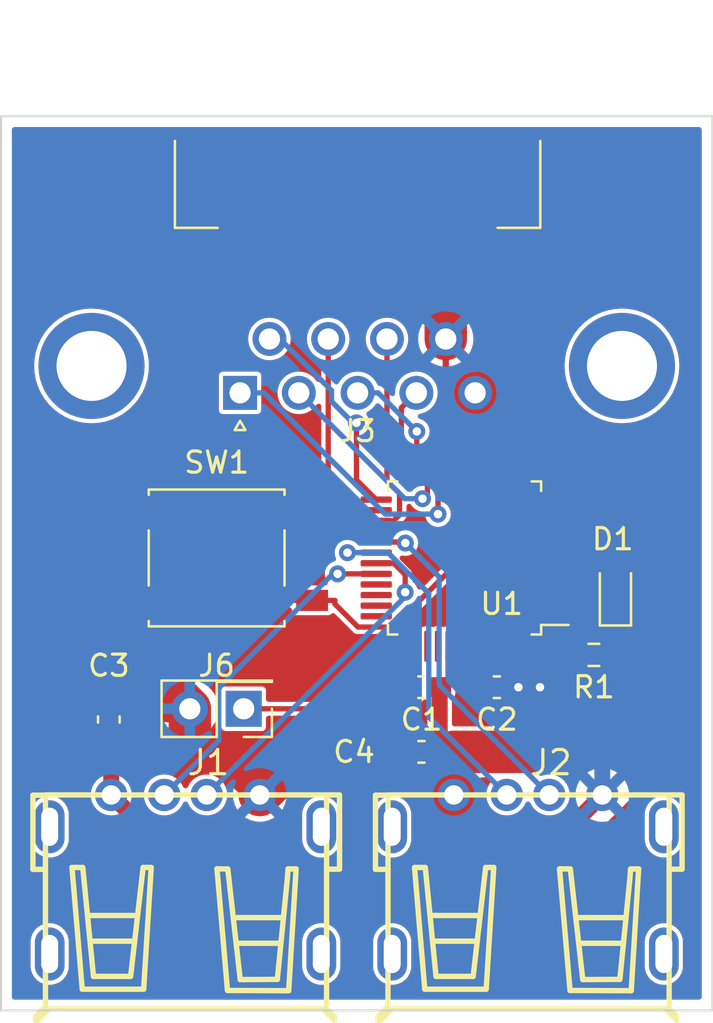
<source format=kicad_pcb>
(kicad_pcb (version 20221018) (generator pcbnew)
  (layers (0 "F.Cu" signal) (31 "B.Cu" signal) (34 "B.Paste" user) (35 "F.Paste" user) (36 "B.SilkS" user "B.Silkscreen") (37 "F.SilkS" user "F.Silkscreen") (38 "B.Mask" user) (39 "F.Mask" user) (44 "Edge.Cuts" user))
  (net 0 "")
  (net 1 "VCC")
  (net 2 "GND")
  (net 3 "Net-(U1-VDD3.3)")
  (net 4 "/JOY_U")
  (net 5 "Net-(D1-K)")
  (net 6 "/H1_D-")
  (net 7 "/H1_D+")
  (net 8 "/H2_D-")
  (net 9 "/H2_D+")
  (net 10 "/JOY_D")
  (net 11 "/JOY_L")
  (net 12 "/JOY_R")
  (net 13 "/JOY_B1")
  (net 14 "/TXD")
  (net 15 "Net-(U1-P1_5)")
  (net 16 "/JOY_B2")
  (net 17 "/JOY_COM")
  (net 20 "/BTN")
  (footprint "toyoshim:TS-1159B" (layer "F.Cu") (at 231.14 104.14)
    (fp_text reference "SW1" (at 0 -4.5) (layer "F.SilkS"))
    (fp_text value "SW_Push")
    (fp_line (start -3.2 -3.225) (end 3.2 -3.225) (stroke (width 0.12)) (layer "F.SilkS"))
    (fp_line (start -3.2 -2.975) (end -3.2 -3.225) (stroke (width 0.12)) (layer "F.SilkS"))
    (fp_line (start -3.2 1.3) (end -3.2 -1.3) (stroke (width 0.12)) (layer "F.SilkS"))
    (fp_line (start -3.2 3.225) (end -3.2 2.975) (stroke (width 0.12)) (layer "F.SilkS"))
    (fp_line (start 3.2 -3.225) (end 3.2 -2.975) (stroke (width 0.12)) (layer "F.SilkS"))
    (fp_line (start 3.2 -1.3) (end 3.2 1.3) (stroke (width 0.12)) (layer "F.SilkS"))
    (fp_line (start 3.2 2.975) (end 3.2 3.225) (stroke (width 0.12)) (layer "F.SilkS"))
    (fp_line (start 3.2 3.225) (end -3.2 3.225) (stroke (width 0.12)) (layer "F.SilkS"))
    (pad "1" smd rect (at -4.5 -2) (size 1.5 1) (layers "F.Cu" "F.Paste" "F.Mask") (net 2 "GND"))
    (pad "1" smd rect (at 4.5 -2) (size 1.5 1) (layers "F.Cu" "F.Paste" "F.Mask") (net 2 "GND"))
    (pad "2" smd rect (at -4.5 2) (size 1.5 1) (layers "F.Cu" "F.Paste" "F.Mask") (net 20 "/BTN"))
    (pad "2" smd rect (at 4.5 2) (size 1.5 1) (layers "F.Cu" "F.Paste" "F.Mask") (net 20 "/BTN"))
  )
  (footprint "Capacitor_SMD:C_0603_1608Metric_Pad1.08x0.95mm_HandSolder" (layer "F.Cu") (at 240.792 110.236 180)
    (fp_text reference "C1" (at 0 -1.524 180) (layer "F.SilkS"))
    (fp_text value "0.1u")
    (fp_line (start -0.146267 -0.51) (end 0.146267 -0.51) (stroke (width 0.12)) (layer "F.SilkS"))
    (fp_line (start -0.146267 0.51) (end 0.146267 0.51) (stroke (width 0.12)) (layer "F.SilkS"))
    (pad "1" smd roundrect (at -0.8625 0 180) (size 1.075 0.95) (layers "F.Cu" "F.Paste" "F.Mask") (net 1 "VCC"))
    (pad "2" smd roundrect (at 0.8625 0 180) (size 1.075 0.95) (layers "F.Cu" "F.Paste" "F.Mask") (net 2 "GND"))
  )
  (footprint "Connector_PinHeader_2.54mm:PinHeader_2x01_P2.54mm_Vertical" (layer "F.Cu") (at 232.415 111.252 180)
    (fp_text reference "J6" (at 1.275 2.032) (layer "F.SilkS"))
    (fp_text value "no impl.")
    (fp_line (start -1.33 -1.33) (end 0 -1.33) (stroke (width 0.12)) (layer "F.SilkS"))
    (fp_line (start -1.33 0) (end -1.33 -1.33) (stroke (width 0.12)) (layer "F.SilkS"))
    (fp_line (start -1.33 1.27) (end -1.33 1.33) (stroke (width 0.12)) (layer "F.SilkS"))
    (fp_line (start -1.33 1.27) (end 1.27 1.27) (stroke (width 0.12)) (layer "F.SilkS"))
    (fp_line (start -1.33 1.33) (end 3.87 1.33) (stroke (width 0.12)) (layer "F.SilkS"))
    (fp_line (start 1.27 -1.33) (end 3.87 -1.33) (stroke (width 0.12)) (layer "F.SilkS"))
    (fp_line (start 1.27 1.27) (end 1.27 -1.33) (stroke (width 0.12)) (layer "F.SilkS"))
    (fp_line (start 3.87 -1.33) (end 3.87 1.33) (stroke (width 0.12)) (layer "F.SilkS"))
    (pad "1" thru_hole rect (at 0 0 180) (size 1.7 1.7) (drill 1) (layers "*.Cu" "*.Mask") (net 14 "/TXD"))
    (pad "2" thru_hole oval (at 2.54 0 180) (size 1.7 1.7) (drill 1) (layers "*.Cu" "*.Mask") (net 2 "GND"))
  )
  (footprint "Capacitor_SMD:C_0603_1608Metric_Pad1.08x0.95mm_HandSolder" (layer "F.Cu") (at 240.792 113.284 180)
    (fp_text reference "C4" (at 3.175 0) (layer "F.SilkS"))
    (fp_text value "0.47u")
    (fp_line (start -0.146267 -0.51) (end 0.146267 -0.51) (stroke (width 0.12)) (layer "F.SilkS"))
    (fp_line (start -0.146267 0.51) (end 0.146267 0.51) (stroke (width 0.12)) (layer "F.SilkS"))
    (pad "1" smd roundrect (at -0.8625 0 180) (size 1.075 0.95) (layers "F.Cu" "F.Paste" "F.Mask") (net 1 "VCC"))
    (pad "2" smd roundrect (at 0.8625 0 180) (size 1.075 0.95) (layers "F.Cu" "F.Paste" "F.Mask") (net 2 "GND"))
  )
  (footprint "Capacitor_SMD:C_0603_1608Metric_Pad1.08x0.95mm_HandSolder" (layer "F.Cu") (at 244.348 110.236)
    (fp_text reference "C2" (at 0 1.524 180) (layer "F.SilkS"))
    (fp_text value "4.7u")
    (fp_line (start -0.146267 -0.51) (end 0.146267 -0.51) (stroke (width 0.12)) (layer "F.SilkS"))
    (fp_line (start -0.146267 0.51) (end 0.146267 0.51) (stroke (width 0.12)) (layer "F.SilkS"))
    (pad "1" smd roundrect (at -0.8625 0) (size 1.075 0.95) (layers "F.Cu" "F.Paste" "F.Mask") (net 3 "Net-(U1-VDD3.3)"))
    (pad "2" smd roundrect (at 0.8625 0) (size 1.075 0.95) (layers "F.Cu" "F.Paste" "F.Mask") (net 2 "GND"))
  )
  (footprint "toyoshim:DSUB-9_Female_TE_2301844_1" (layer "F.Cu") (at 232.244 96.3545 180)
    (fp_text reference "J3" (at -5.54 -1.8) (layer "F.SilkS"))
    (fp_text value "DE9_Plug")
    (fp_line (start -14.15 7.78) (end -12.14 7.78) (stroke (width 0.12)) (layer "F.SilkS"))
    (fp_line (start -14.15 11.88) (end -14.15 7.78) (stroke (width 0.12)) (layer "F.SilkS"))
    (fp_line (start -0.25 -1.754338) (end 0.25 -1.754338) (stroke (width 0.12)) (layer "F.SilkS"))
    (fp_line (start 0 -1.321325) (end -0.25 -1.754338) (stroke (width 0.12)) (layer "F.SilkS"))
    (fp_line (start 0.25 -1.754338) (end 0 -1.321325) (stroke (width 0.12)) (layer "F.SilkS"))
    (fp_line (start 1.06 7.78) (end 3.07 7.78) (stroke (width 0.12)) (layer "F.SilkS"))
    (fp_line (start 3.07 7.78) (end 3.07 11.88) (stroke (width 0.12)) (layer "F.SilkS"))
    (pad "" thru_hole circle (at -18 1.27 180) (size 5 5) (drill 3.3) (layers "*.Cu" "*.Mask"))
    (pad "" thru_hole circle (at 7 1.27 180) (size 5 5) (drill 3.3) (layers "*.Cu" "*.Mask"))
    (pad "1" thru_hole rect (at 0 0 180) (size 1.6 1.6) (drill 1) (layers "*.Cu" "*.Mask") (net 4 "/JOY_U"))
    (pad "2" thru_hole circle (at -2.77 0 180) (size 1.6 1.6) (drill 1) (layers "*.Cu" "*.Mask") (net 10 "/JOY_D"))
    (pad "3" thru_hole circle (at -5.54 0 180) (size 1.6 1.6) (drill 1) (layers "*.Cu" "*.Mask") (net 11 "/JOY_L"))
    (pad "4" thru_hole circle (at -8.31 0 180) (size 1.6 1.6) (drill 1) (layers "*.Cu" "*.Mask") (net 12 "/JOY_R"))
    (pad "5" thru_hole circle (at -11.08 0 180) (size 1.6 1.6) (drill 1) (layers "*.Cu" "*.Mask") (net 1 "VCC"))
    (pad "6" thru_hole circle (at -1.385 2.54 180) (size 1.6 1.6) (drill 1) (layers "*.Cu" "*.Mask") (net 13 "/JOY_B1"))
    (pad "7" thru_hole circle (at -4.155 2.54 180) (size 1.6 1.6) (drill 1) (layers "*.Cu" "*.Mask") (net 16 "/JOY_B2"))
    (pad "8" thru_hole circle (at -6.925 2.54 180) (size 1.6 1.6) (drill 1) (layers "*.Cu" "*.Mask") (net 17 "/JOY_COM"))
    (pad "9" thru_hole circle (at -9.695 2.54 180) (size 1.6 1.6) (drill 1) (layers "*.Cu" "*.Mask") (net 2 "GND"))
  )
  (footprint "Capacitor_SMD:C_0603_1608Metric_Pad1.08x0.95mm_HandSolder" (layer "F.Cu") (at 226.06 111.76 90)
    (fp_text reference "C3" (at 2.54 0 180) (layer "F.SilkS"))
    (fp_text value "0.47u")
    (fp_line (start -0.146267 -0.51) (end 0.146267 -0.51) (stroke (width 0.12)) (layer "F.SilkS"))
    (fp_line (start -0.146267 0.51) (end 0.146267 0.51) (stroke (width 0.12)) (layer "F.SilkS"))
    (pad "1" smd roundrect (at -0.8625 0 90) (size 1.075 0.95) (layers "F.Cu" "F.Paste" "F.Mask") (net 1 "VCC"))
    (pad "2" smd roundrect (at 0.8625 0 90) (size 1.075 0.95) (layers "F.Cu" "F.Paste" "F.Mask") (net 2 "GND"))
  )
  (footprint "toyoshim:USB-A-TH_JTJ-USB-A-F-10.0-010" (layer "F.Cu") (at 245.816 119.066)
    (fp_text reference "J2" (at 0 -5.274) (layer "F.SilkS") (effects (font (size 1.143 1.143) (thickness 0.152)) (justify left)))
    (fp_text value "USB-AF-DIP-154-HW-S_P2" hide)
    (fp_line (start -7.19 -0.24) (end -7.19 -3.74) (stroke (width 0.254)) (layer "F.SilkS"))
    (fp_line (start -7.07 6.7) (end -7.07 6.88) (stroke (width 0.254)) (layer "F.SilkS"))
    (fp_line (start -7.07 6.88) (end -6.95 6.88) (stroke (width 0.254)) (layer "F.SilkS"))
    (fp_line (start -6.95 6.88) (end -6.41 6.34) (stroke (width 0.254)) (layer "F.SilkS"))
    (fp_line (start -6.6 -3.75) (end -6.6 6.25) (stroke (width 0.254)) (layer "F.SilkS"))
    (fp_line (start -6.6 -3.75) (end 6.6 -3.75) (stroke (width 0.254)) (layer "F.SilkS"))
    (fp_line (start -6.6 6.21) (end -7.07 6.7) (stroke (width 0.254)) (layer "F.SilkS"))
    (fp_line (start -6.59 -3.74) (end -7.19 -3.74) (stroke (width 0.254)) (layer "F.SilkS"))
    (fp_line (start -6.59 -0.241) (end -7.19 -0.241) (stroke (width 0.254)) (layer "F.SilkS"))
    (fp_line (start -6.41 6.34) (end 6.47 6.34) (stroke (width 0.254)) (layer "F.SilkS"))
    (fp_line (start -5.349 -0.33) (end -4.841 -0.33) (stroke (width 0.254)) (layer "F.SilkS"))
    (fp_line (start -4.866 5.41) (end -5.349 -0.33) (stroke (width 0.254)) (layer "F.SilkS"))
    (fp_line (start -4.841 -0.33) (end -4.336 4.805) (stroke (width 0.254)) (layer "F.SilkS"))
    (fp_line (start -4.563 1.935) (end -2.303 1.935) (stroke (width 0.254)) (layer "F.SilkS"))
    (fp_line (start -4.423 3.145) (end -2.393 3.145) (stroke (width 0.254)) (layer "F.SilkS"))
    (fp_line (start -4.336 4.805) (end -2.585 4.805) (stroke (width 0.254)) (layer "F.SilkS"))
    (fp_line (start -2.585 4.805) (end -1.996 -0.33) (stroke (width 0.254)) (layer "F.SilkS"))
    (fp_line (start -1.996 -0.33) (end -1.615 -0.33) (stroke (width 0.254)) (layer "F.SilkS"))
    (fp_line (start -1.971 5.41) (end -4.866 5.41) (stroke (width 0.254)) (layer "F.SilkS"))
    (fp_line (start -1.615 -0.33) (end -1.971 5.41) (stroke (width 0.254)) (layer "F.SilkS"))
    (fp_line (start 1.485 -0.265) (end 1.994 -0.261) (stroke (width 0.254)) (layer "F.SilkS"))
    (fp_line (start 1.98 5.47) (end 1.485 -0.265) (stroke (width 0.254)) (layer "F.SilkS"))
    (fp_line (start 1.994 -0.261) (end 2.504 4.279) (stroke (width 0.254)) (layer "F.SilkS"))
    (fp_line (start 2.318 2.034) (end 4.578 2.034) (stroke (width 0.254)) (layer "F.SilkS"))
    (fp_line (start 2.458 3.244) (end 4.488 3.244) (stroke (width 0.254)) (layer "F.SilkS"))
    (fp_line (start 2.504 4.279) (end 2.58 4.957) (stroke (width 0.254)) (layer "F.SilkS"))
    (fp_line (start 2.58 4.957) (end 4.329 4.947) (stroke (width 0.254)) (layer "F.SilkS"))
    (fp_line (start 4.329 4.947) (end 4.803 0.168) (stroke (width 0.254)) (layer "F.SilkS"))
    (fp_line (start 4.803 0.168) (end 4.833 -0.262) (stroke (width 0.254)) (layer "F.SilkS"))
    (fp_line (start 4.833 -0.262) (end 5.214 -0.262) (stroke (width 0.254)) (layer "F.SilkS"))
    (fp_line (start 4.864 5.481) (end 1.98 5.47) (stroke (width 0.254)) (layer "F.SilkS"))
    (fp_line (start 5.214 -0.262) (end 4.864 5.481) (stroke (width 0.254)) (layer "F.SilkS"))
    (fp_line (start 6.47 6.34) (end 7.01 6.88) (stroke (width 0.254)) (layer "F.SilkS"))
    (fp_line (start 6.65 -3.75) (end 6.65 6.25) (stroke (width 0.254)) (layer "F.SilkS"))
    (fp_line (start 6.661 -3.75) (end 7.261 -3.75) (stroke (width 0.254)) (layer "F.SilkS"))
    (fp_line (start 6.661 -0.25) (end 7.261 -0.25) (stroke (width 0.254)) (layer "F.SilkS"))
    (fp_line (start 7.01 6.679) (end 6.61 6.28) (stroke (width 0.254)) (layer "F.SilkS"))
    (fp_line (start 7.01 6.88) (end 7.01 6.679) (stroke (width 0.254)) (layer "F.SilkS"))
    (fp_line (start 7.261 -3.75) (end 7.261 -0.25) (stroke (width 0.254)) (layer "F.SilkS"))
    (pad "1" thru_hole circle (at -3.5 -3.75) (size 1.524 1.524) (drill 0.914) (layers "*.Cu" "*.Paste" "*.Mask") (net 1 "VCC"))
    (pad "2" thru_hole circle (at -1.001 -3.75) (size 1.524 1.524) (drill 0.914) (layers "*.Cu" "*.Paste" "*.Mask") (net 8 "/H2_D-"))
    (pad "3" thru_hole circle (at 1.001 -3.75) (size 1.524 1.524) (drill 0.914) (layers "*.Cu" "*.Paste" "*.Mask") (net 9 "/H2_D+"))
    (pad "4" thru_hole circle (at 3.5 -3.75) (size 1.524 1.524) (drill 0.914) (layers "*.Cu" "*.Paste" "*.Mask") (net 2 "GND"))
    (pad "5" thru_hole oval (at 6.401 -2.249 90) (size 2.5 1.4) (drill oval 1.8 0.8) (layers "*.Cu" "*.Paste" "*.Mask"))
    (pad "6" thru_hole oval (at 6.401 3.75 90) (size 2.5 1.4) (drill oval 1.8 0.8) (layers "*.Cu" "*.Paste" "*.Mask"))
    (pad "7" thru_hole oval (at -6.401 3.75 90) (size 2.5 1.4) (drill oval 1.8 0.8) (layers "*.Cu" "*.Paste" "*.Mask"))
    (pad "8" thru_hole oval (at -6.401 -2.249 270) (size 2.5 1.4) (drill oval 1.8 0.8) (layers "*.Cu" "*.Paste" "*.Mask"))
  )
  (footprint "LED_SMD:LED_0603_1608Metric_Pad1.05x0.95mm_HandSolder" (layer "F.Cu") (at 249.936 105.664 90)
    (fp_text reference "D1" (at 2.413 -0.127 180) (layer "F.SilkS"))
    (fp_text value "LED")
    (fp_line (start -1.66 -0.735) (end -1.66 0.735) (stroke (width 0.12)) (layer "F.SilkS"))
    (fp_line (start -1.66 0.735) (end 0.8 0.735) (stroke (width 0.12)) (layer "F.SilkS"))
    (fp_line (start 0.8 -0.735) (end -1.66 -0.735) (stroke (width 0.12)) (layer "F.SilkS"))
    (pad "1" smd roundrect (at -0.875 0 90) (size 1.05 0.95) (layers "F.Cu" "F.Paste" "F.Mask") (net 5 "Net-(D1-K)"))
    (pad "2" smd roundrect (at 0.875 0 90) (size 1.05 0.95) (layers "F.Cu" "F.Paste" "F.Mask") (net 1 "VCC"))
  )
  (footprint "toyoshim:USB-A-TH_JTJ-USB-A-F-10.0-010" (layer "F.Cu") (at 229.672 119.066)
    (fp_text reference "J1" (at 0 -5.274) (layer "F.SilkS") (effects (font (size 1.143 1.143) (thickness 0.152)) (justify left)))
    (fp_text value "USB-AF-DIP-154-HW-S_P1" hide)
    (fp_line (start -7.19 -0.24) (end -7.19 -3.74) (stroke (width 0.254)) (layer "F.SilkS"))
    (fp_line (start -7.07 6.7) (end -7.07 6.88) (stroke (width 0.254)) (layer "F.SilkS"))
    (fp_line (start -7.07 6.88) (end -6.95 6.88) (stroke (width 0.254)) (layer "F.SilkS"))
    (fp_line (start -6.95 6.88) (end -6.41 6.34) (stroke (width 0.254)) (layer "F.SilkS"))
    (fp_line (start -6.6 -3.75) (end -6.6 6.25) (stroke (width 0.254)) (layer "F.SilkS"))
    (fp_line (start -6.6 -3.75) (end 6.6 -3.75) (stroke (width 0.254)) (layer "F.SilkS"))
    (fp_line (start -6.6 6.21) (end -7.07 6.7) (stroke (width 0.254)) (layer "F.SilkS"))
    (fp_line (start -6.59 -3.74) (end -7.19 -3.74) (stroke (width 0.254)) (layer "F.SilkS"))
    (fp_line (start -6.59 -0.241) (end -7.19 -0.241) (stroke (width 0.254)) (layer "F.SilkS"))
    (fp_line (start -6.41 6.34) (end 6.47 6.34) (stroke (width 0.254)) (layer "F.SilkS"))
    (fp_line (start -5.349 -0.33) (end -4.841 -0.33) (stroke (width 0.254)) (layer "F.SilkS"))
    (fp_line (start -4.866 5.41) (end -5.349 -0.33) (stroke (width 0.254)) (layer "F.SilkS"))
    (fp_line (start -4.841 -0.33) (end -4.336 4.805) (stroke (width 0.254)) (layer "F.SilkS"))
    (fp_line (start -4.563 1.935) (end -2.303 1.935) (stroke (width 0.254)) (layer "F.SilkS"))
    (fp_line (start -4.423 3.145) (end -2.393 3.145) (stroke (width 0.254)) (layer "F.SilkS"))
    (fp_line (start -4.336 4.805) (end -2.585 4.805) (stroke (width 0.254)) (layer "F.SilkS"))
    (fp_line (start -2.585 4.805) (end -1.996 -0.33) (stroke (width 0.254)) (layer "F.SilkS"))
    (fp_line (start -1.996 -0.33) (end -1.615 -0.33) (stroke (width 0.254)) (layer "F.SilkS"))
    (fp_line (start -1.971 5.41) (end -4.866 5.41) (stroke (width 0.254)) (layer "F.SilkS"))
    (fp_line (start -1.615 -0.33) (end -1.971 5.41) (stroke (width 0.254)) (layer "F.SilkS"))
    (fp_line (start 1.485 -0.265) (end 1.994 -0.261) (stroke (width 0.254)) (layer "F.SilkS"))
    (fp_line (start 1.98 5.47) (end 1.485 -0.265) (stroke (width 0.254)) (layer "F.SilkS"))
    (fp_line (start 1.994 -0.261) (end 2.504 4.279) (stroke (width 0.254)) (layer "F.SilkS"))
    (fp_line (start 2.318 2.034) (end 4.578 2.034) (stroke (width 0.254)) (layer "F.SilkS"))
    (fp_line (start 2.458 3.244) (end 4.488 3.244) (stroke (width 0.254)) (layer "F.SilkS"))
    (fp_line (start 2.504 4.279) (end 2.58 4.957) (stroke (width 0.254)) (layer "F.SilkS"))
    (fp_line (start 2.58 4.957) (end 4.329 4.947) (stroke (width 0.254)) (layer "F.SilkS"))
    (fp_line (start 4.329 4.947) (end 4.803 0.168) (stroke (width 0.254)) (layer "F.SilkS"))
    (fp_line (start 4.803 0.168) (end 4.833 -0.262) (stroke (width 0.254)) (layer "F.SilkS"))
    (fp_line (start 4.833 -0.262) (end 5.214 -0.262) (stroke (width 0.254)) (layer "F.SilkS"))
    (fp_line (start 4.864 5.481) (end 1.98 5.47) (stroke (width 0.254)) (layer "F.SilkS"))
    (fp_line (start 5.214 -0.262) (end 4.864 5.481) (stroke (width 0.254)) (layer "F.SilkS"))
    (fp_line (start 6.47 6.34) (end 7.01 6.88) (stroke (width 0.254)) (layer "F.SilkS"))
    (fp_line (start 6.65 -3.75) (end 6.65 6.25) (stroke (width 0.254)) (layer "F.SilkS"))
    (fp_line (start 6.661 -3.75) (end 7.261 -3.75) (stroke (width 0.254)) (layer "F.SilkS"))
    (fp_line (start 6.661 -0.25) (end 7.261 -0.25) (stroke (width 0.254)) (layer "F.SilkS"))
    (fp_line (start 7.01 6.679) (end 6.61 6.28) (stroke (width 0.254)) (layer "F.SilkS"))
    (fp_line (start 7.01 6.88) (end 7.01 6.679) (stroke (width 0.254)) (layer "F.SilkS"))
    (fp_line (start 7.261 -3.75) (end 7.261 -0.25) (stroke (width 0.254)) (layer "F.SilkS"))
    (pad "1" thru_hole circle (at -3.5 -3.75) (size 1.524 1.524) (drill 0.914) (layers "*.Cu" "*.Paste" "*.Mask") (net 1 "VCC"))
    (pad "2" thru_hole circle (at -1.001 -3.75) (size 1.524 1.524) (drill 0.914) (layers "*.Cu" "*.Paste" "*.Mask") (net 6 "/H1_D-"))
    (pad "3" thru_hole circle (at 1.001 -3.75) (size 1.524 1.524) (drill 0.914) (layers "*.Cu" "*.Paste" "*.Mask") (net 7 "/H1_D+"))
    (pad "4" thru_hole circle (at 3.5 -3.75) (size 1.524 1.524) (drill 0.914) (layers "*.Cu" "*.Paste" "*.Mask") (net 2 "GND"))
    (pad "5" thru_hole oval (at 6.401 -2.249 90) (size 2.5 1.4) (drill oval 1.8 0.8) (layers "*.Cu" "*.Paste" "*.Mask"))
    (pad "6" thru_hole oval (at 6.401 3.75 90) (size 2.5 1.4) (drill oval 1.8 0.8) (layers "*.Cu" "*.Paste" "*.Mask"))
    (pad "7" thru_hole oval (at -6.401 3.75 90) (size 2.5 1.4) (drill oval 1.8 0.8) (layers "*.Cu" "*.Paste" "*.Mask"))
    (pad "8" thru_hole oval (at -6.401 -2.249 270) (size 2.5 1.4) (drill oval 1.8 0.8) (layers "*.Cu" "*.Paste" "*.Mask"))
  )
  (footprint "Package_QFP:LQFP-48_7x7mm_P0.5mm" (layer "F.Cu") (at 242.824 104.14 180)
    (fp_text reference "U1" (at -1.75 -2.1625) (layer "F.SilkS"))
    (fp_text value "CH559L")
    (fp_line (start -3.61 -3.61) (end -3.61 -3.16) (stroke (width 0.12)) (layer "F.SilkS"))
    (fp_line (start -3.61 -3.16) (end -4.9 -3.16) (stroke (width 0.12)) (layer "F.SilkS"))
    (fp_line (start -3.61 3.61) (end -3.61 3.16) (stroke (width 0.12)) (layer "F.SilkS"))
    (fp_line (start -3.16 -3.61) (end -3.61 -3.61) (stroke (width 0.12)) (layer "F.SilkS"))
    (fp_line (start -3.16 3.61) (end -3.61 3.61) (stroke (width 0.12)) (layer "F.SilkS"))
    (fp_line (start 3.16 -3.61) (end 3.61 -3.61) (stroke (width 0.12)) (layer "F.SilkS"))
    (fp_line (start 3.16 3.61) (end 3.61 3.61) (stroke (width 0.12)) (layer "F.SilkS"))
    (fp_line (start 3.61 -3.61) (end 3.61 -3.16) (stroke (width 0.12)) (layer "F.SilkS"))
    (fp_line (start 3.61 3.61) (end 3.61 3.16) (stroke (width 0.12)) (layer "F.SilkS"))
    (pad "1" smd roundrect (at -4.1625 -2.75 180) (size 1.475 0.3) (layers "F.Cu" "F.Paste" "F.Mask"))
    (pad "2" smd roundrect (at -4.1625 -2.25 180) (size 1.475 0.3) (layers "F.Cu" "F.Paste" "F.Mask"))
    (pad "3" smd roundrect (at -4.1625 -1.75 180) (size 1.475 0.3) (layers "F.Cu" "F.Paste" "F.Mask"))
    (pad "4" smd roundrect (at -4.1625 -1.25 180) (size 1.475 0.3) (layers "F.Cu" "F.Paste" "F.Mask"))
    (pad "5" smd roundrect (at -4.1625 -0.75 180) (size 1.475 0.3) (layers "F.Cu" "F.Paste" "F.Mask"))
    (pad "6" smd roundrect (at -4.1625 -0.25 180) (size 1.475 0.3) (layers "F.Cu" "F.Paste" "F.Mask"))
    (pad "7" smd roundrect (at -4.1625 0.25 180) (size 1.475 0.3) (layers "F.Cu" "F.Paste" "F.Mask"))
    (pad "8" smd roundrect (at -4.1625 0.75 180) (size 1.475 0.3) (layers "F.Cu" "F.Paste" "F.Mask"))
    (pad "9" smd roundrect (at -4.1625 1.25 180) (size 1.475 0.3) (layers "F.Cu" "F.Paste" "F.Mask"))
    (pad "10" smd roundrect (at -4.1625 1.75 180) (size 1.475 0.3) (layers "F.Cu" "F.Paste" "F.Mask"))
    (pad "11" smd roundrect (at -4.1625 2.25 180) (size 1.475 0.3) (layers "F.Cu" "F.Paste" "F.Mask"))
    (pad "12" smd roundrect (at -4.1625 2.75 180) (size 1.475 0.3) (layers "F.Cu" "F.Paste" "F.Mask"))
    (pad "13" smd roundrect (at -2.75 4.1625 180) (size 0.3 1.475) (layers "F.Cu" "F.Paste" "F.Mask"))
    (pad "14" smd roundrect (at -2.25 4.1625 180) (size 0.3 1.475) (layers "F.Cu" "F.Paste" "F.Mask"))
    (pad "15" smd roundrect (at -1.75 4.1625 180) (size 0.3 1.475) (layers "F.Cu" "F.Paste" "F.Mask"))
    (pad "16" smd roundrect (at -1.25 4.1625 180) (size 0.3 1.475) (layers "F.Cu" "F.Paste" "F.Mask") (net 20 "/BTN"))
    (pad "17" smd roundrect (at -0.75 4.1625 180) (size 0.3 1.475) (layers "F.Cu" "F.Paste" "F.Mask"))
    (pad "18" smd roundrect (at -0.25 4.1625 180) (size 0.3 1.475) (layers "F.Cu" "F.Paste" "F.Mask") (net 2 "GND"))
    (pad "19" smd roundrect (at 0.25 4.1625 180) (size 0.3 1.475) (layers "F.Cu" "F.Paste" "F.Mask"))
    (pad "20" smd roundrect (at 0.75 4.1625 180) (size 0.3 1.475) (layers "F.Cu" "F.Paste" "F.Mask"))
    (pad "21" smd roundrect (at 1.25 4.1625 180) (size 0.3 1.475) (layers "F.Cu" "F.Paste" "F.Mask") (net 4 "/JOY_U"))
    (pad "22" smd roundrect (at 1.75 4.1625 180) (size 0.3 1.475) (layers "F.Cu" "F.Paste" "F.Mask") (net 10 "/JOY_D"))
    (pad "23" smd roundrect (at 2.25 4.1625 180) (size 0.3 1.475) (layers "F.Cu" "F.Paste" "F.Mask") (net 11 "/JOY_L"))
    (pad "24" smd roundrect (at 2.75 4.1625 180) (size 0.3 1.475) (layers "F.Cu" "F.Paste" "F.Mask") (net 12 "/JOY_R"))
    (pad "25" smd roundrect (at 4.1625 2.75 180) (size 1.475 0.3) (layers "F.Cu" "F.Paste" "F.Mask") (net 13 "/JOY_B1"))
    (pad "26" smd roundrect (at 4.1625 2.25 180) (size 1.475 0.3) (layers "F.Cu" "F.Paste" "F.Mask") (net 16 "/JOY_B2"))
    (pad "27" smd roundrect (at 4.1625 1.75 180) (size 1.475 0.3) (layers "F.Cu" "F.Paste" "F.Mask") (net 17 "/JOY_COM"))
    (pad "28" smd roundrect (at 4.1625 1.25 180) (size 1.475 0.3) (layers "F.Cu" "F.Paste" "F.Mask"))
    (pad "29" smd roundrect (at 4.1625 0.75 180) (size 1.475 0.3) (layers "F.Cu" "F.Paste" "F.Mask") (net 9 "/H2_D+"))
    (pad "30" smd roundrect (at 4.1625 0.25 180) (size 1.475 0.3) (layers "F.Cu" "F.Paste" "F.Mask") (net 8 "/H2_D-"))
    (pad "31" smd roundrect (at 4.1625 -0.25 180) (size 1.475 0.3) (layers "F.Cu" "F.Paste" "F.Mask") (net 7 "/H1_D+"))
    (pad "32" smd roundrect (at 4.1625 -0.75 180) (size 1.475 0.3) (layers "F.Cu" "F.Paste" "F.Mask") (net 6 "/H1_D-"))
    (pad "33" smd roundrect (at 4.1625 -1.25 180) (size 1.475 0.3) (layers "F.Cu" "F.Paste" "F.Mask"))
    (pad "34" smd roundrect (at 4.1625 -1.75 180) (size 1.475 0.3) (layers "F.Cu" "F.Paste" "F.Mask"))
    (pad "35" smd roundrect (at 4.1625 -2.25 180) (size 1.475 0.3) (layers "F.Cu" "F.Paste" "F.Mask"))
    (pad "36" smd roundrect (at 4.1625 -2.75 180) (size 1.475 0.3) (layers "F.Cu" "F.Paste" "F.Mask"))
    (pad "37" smd roundrect (at 2.75 -4.1625 180) (size 0.3 1.475) (layers "F.Cu" "F.Paste" "F.Mask") (net 14 "/TXD"))
    (pad "38" smd roundrect (at 2.25 -4.1625 180) (size 0.3 1.475) (layers "F.Cu" "F.Paste" "F.Mask"))
    (pad "39" smd roundrect (at 1.75 -4.1625 180) (size 0.3 1.475) (layers "F.Cu" "F.Paste" "F.Mask"))
    (pad "40" smd roundrect (at 1.25 -4.1625 180) (size 0.3 1.475) (layers "F.Cu" "F.Paste" "F.Mask"))
    (pad "41" smd roundrect (at 0.75 -4.1625 180) (size 0.3 1.475) (layers "F.Cu" "F.Paste" "F.Mask") (net 1 "VCC"))
    (pad "42" smd roundrect (at 0.25 -4.1625 180) (size 0.3 1.475) (layers "F.Cu" "F.Paste" "F.Mask") (net 3 "Net-(U1-VDD3.3)"))
    (pad "43" smd roundrect (at -0.25 -4.1625 180) (size 0.3 1.475) (layers "F.Cu" "F.Paste" "F.Mask"))
    (pad "44" smd roundrect (at -0.75 -4.1625 180) (size 0.3 1.475) (layers "F.Cu" "F.Paste" "F.Mask"))
    (pad "45" smd roundrect (at -1.25 -4.1625 180) (size 0.3 1.475) (layers "F.Cu" "F.Paste" "F.Mask"))
    (pad "46" smd roundrect (at -1.75 -4.1625 180) (size 0.3 1.475) (layers "F.Cu" "F.Paste" "F.Mask"))
    (pad "47" smd roundrect (at -2.25 -4.1625 180) (size 0.3 1.475) (layers "F.Cu" "F.Paste" "F.Mask"))
    (pad "48" smd roundrect (at -2.75 -4.1625 180) (size 0.3 1.475) (layers "F.Cu" "F.Paste" "F.Mask") (net 15 "Net-(U1-P1_5)"))
  )
  (footprint "Resistor_SMD:R_0603_1608Metric_Pad0.98x0.95mm_HandSolder" (layer "F.Cu") (at 248.92 108.712)
    (fp_text reference "R1" (at 0 1.524) (layer "F.SilkS"))
    (fp_text value "1K")
    (fp_line (start -0.254724 -0.5225) (end 0.254724 -0.5225) (stroke (width 0.12)) (layer "F.SilkS"))
    (fp_line (start -0.254724 0.5225) (end 0.254724 0.5225) (stroke (width 0.12)) (layer "F.SilkS"))
    (pad "1" smd roundrect (at -0.9125 0) (size 0.975 0.95) (layers "F.Cu" "F.Paste" "F.Mask") (net 15 "Net-(U1-P1_5)"))
    (pad "2" smd roundrect (at 0.9125 0) (size 0.975 0.95) (layers "F.Cu" "F.Paste" "F.Mask") (net 5 "Net-(D1-K)"))
  )
  (gr_line (start 220.98 125.476) (end 220.98 83.312) (stroke (width 0.1)) (layer "Edge.Cuts"))
  (gr_line (start 220.98 83.312) (end 254.508 83.312) (stroke (width 0.1)) (layer "Edge.Cuts"))
  (gr_line (start 254.508 125.476) (end 220.98 125.476) (stroke (width 0.1)) (layer "Edge.Cuts"))
  (gr_line (start 254.508 125.476) (end 254.508 83.312) (stroke (width 0.1)) (layer "Edge.Cuts"))
  (segment (start 242.316 113.284) (end 242.316 115.316) (width 2) (layer "F.Cu") (net 1))
  (segment (start 248.039 118.642) (end 251.611 115.07) (width 0.75) (layer "F.Cu") (net 1))
  (segment (start 226.172 115.316) (end 229.498 118.642) (width 0.75) (layer "F.Cu") (net 1))
  (segment (start 242.074 109.816) (end 241.6545 110.2355) (width 0.3) (layer "F.Cu") (net 1))
  (segment (start 247.904 113.284) (end 242.316 113.284) (width 2) (layer "F.Cu") (net 1))
  (segment (start 226.172 112.734) (end 226.116 112.678) (width 0.75) (layer "F.Cu") (net 1))
  (segment (start 241.654 112.733) (end 241.654 110.236) (width 0.75) (layer "F.Cu") (net 1))
  (segment (start 241.6545 112.7335) (end 241.6545 113.284) (width 0.75) (layer "F.Cu") (net 1))
  (segment (start 251.611 115.07) (end 251.611 109.577) (width 0.75) (layer "F.Cu") (net 1))
  (segment (start 226.116 112.678) (end 226.1155 112.678) (width 0.75) (layer "F.Cu") (net 1))
  (segment (start 241.6545 110.2355) (end 241.6545 110.236) (width 0.75) (layer "F.Cu") (net 1))
  (segment (start 251.244 104.789) (end 251.611 105.156) (width 0.75) (layer "F.Cu") (net 1))
  (segment (start 245.206 96.3545) (end 251.611 102.759) (width 2) (layer "F.Cu") (net 1))
  (segment (start 226.1155 112.678) (end 226.06 112.6225) (width 0.75) (layer "F.Cu") (net 1))
  (segment (start 251.611 109.577) (end 247.904 113.284) (width 2) (layer "F.Cu") (net 1))
  (segment (start 241.6545 110.2355) (end 241.654 110.236) (width 0.3) (layer "F.Cu") (net 1))
  (segment (start 249.936 104.789) (end 251.244 104.789) (width 0.75) (layer "F.Cu") (net 1))
  (segment (start 229.498 118.642) (end 248.039 118.642) (width 0.75) (layer "F.Cu") (net 1))
  (segment (start 226.172 115.316) (end 226.172 112.734) (width 0.75) (layer "F.Cu") (net 1))
  (segment (start 251.611 105.156) (end 251.611 109.577) (width 2) (layer "F.Cu") (net 1))
  (segment (start 241.654 112.733) (end 241.6545 112.7335) (width 0.75) (layer "F.Cu") (net 1))
  (segment (start 226.116 112.678) (end 226.06 112.622) (width 0.75) (layer "F.Cu") (net 1))
  (segment (start 241.654 114.654) (end 241.654 112.733) (width 0.75) (layer "F.Cu") (net 1))
  (segment (start 251.611 102.759) (end 251.611 105.156) (width 2) (layer "F.Cu") (net 1))
  (segment (start 243.324 96.3545) (end 245.206 96.3545) (width 2) (layer "F.Cu") (net 1))
  (segment (start 242.074 108.3025) (end 242.074 109.816) (width 0.3) (layer "F.Cu") (net 1))
  (segment (start 242.316 115.316) (end 241.654 114.654) (width 0.75) (layer "F.Cu") (net 1))
  (segment (start 241.939 93.8145) (end 241.939 97.8625) (width 0.3) (layer "F.Cu") (net 2))
  (segment (start 223.89 104.89) (end 223.89 108.715) (width 2) (layer "F.Cu") (net 2))
  (segment (start 226.06 110.885) (end 226.06 110.8975) (width 0.75) (layer "F.Cu") (net 2))
  (segment (start 239.9295 111.7595) (end 239.9295 110.236) (width 0.75) (layer "F.Cu") (net 2))
  (segment (start 240.741 115.632) (end 239.93 114.82) (width 0.75) (layer "F.Cu") (net 2))
  (segment (start 232.801 91.8145) (end 229.108 95.5071) (width 2) (layer "F.Cu") (net 2))
  (segment (start 245.2105 110.236) (end 245.364 110.236) (width 0.75) (layer "F.Cu") (net 2))
  (segment (start 241.939 93.8145) (end 241.939 92.6831) (width 2) (layer "F.Cu") (net 2))
  (segment (start 241.07 91.8145) (end 232.801 91.8145) (width 2) (layer "F.Cu") (net 2))
  (segment (start 230.417 113.354) (end 231.718 113.354) (width 2) (layer "F.Cu") (net 2))
  (segment (start 226.06 110.885) (end 229.508 110.885) (width 2) (layer "F.Cu") (net 2))
  (segment (start 239.93 111.76) (end 239.93 110.236) (width 0.75) (layer "F.Cu") (net 2))
  (segment (start 239.93 113.284) (end 239.93 111.76) (width 0.75) (layer "F.Cu") (net 2))
  (segment (start 229.508 110.885) (end 229.875 111.252) (width 2) (layer "F.Cu") (net 2))
  (segment (start 223.89 108.715) (end 226.06 110.885) (width 2) (layer "F.Cu") (net 2))
  (segment (start 226.64 102.14) (end 235.64 102.14) (width 0.75) (layer "F.Cu") (net 2))
  (segment (start 235.204 113.284) (end 239.268 113.284) (width 2) (layer "F.Cu") (net 2))
  (segment (start 239.93 114.82) (end 239.93 113.284) (width 0.75) (layer "F.Cu") (net 2))
  (segment (start 239.268 113.284) (end 239.9295 113.284) (width 0.75) (layer "F.Cu") (net 2))
  (segment (start 229.875 111.252) (end 229.875 112.812) (width 2) (layer "F.Cu") (net 2))
  (segment (start 247.741 116.891) (end 241.664 116.891) (width 0.75) (layer "F.Cu") (net 2))
  (segment (start 226.64 102.14) (end 223.89 104.89) (width 2) (layer "F.Cu") (net 2))
  (segment (start 241.664 116.891) (end 240.741 115.968) (width 0.75) (layer "F.Cu") (net 2))
  (segment (start 243.074 98.9975) (end 243.074 99.9775) (width 0.3) (layer "F.Cu") (net 2))
  (segment (start 241.939 97.8625) (end 243.074 98.9975) (width 0.3) (layer "F.Cu") (net 2))
  (segment (start 249.316 115.316) (end 247.741 116.891) (width 0.75) (layer "F.Cu") (net 2))
  (segment (start 241.939 92.6831) (end 241.07 91.8145) (width 2) (layer "F.Cu") (net 2))
  (segment (start 239.9295 113.284) (end 239.93 113.284) (width 0.75) (layer "F.Cu") (net 2))
  (segment (start 229.875 112.812) (end 230.417 113.354) (width 2) (layer "F.Cu") (net 2))
  (segment (start 239.93 111.76) (end 239.9295 111.7595) (width 0.75) (layer "F.Cu") (net 2))
  (segment (start 229.108 99.672) (end 226.64 102.14) (width 2) (layer "F.Cu") (net 2))
  (segment (start 240.741 115.968) (end 240.741 115.632) (width 0.75) (layer "F.Cu") (net 2))
  (segment (start 233.172 115.316) (end 235.204 113.284) (width 2) (layer "F.Cu") (net 2))
  (segment (start 229.108 95.5071) (end 229.108 99.672) (width 2) (layer "F.Cu") (net 2))
  (segment (start 231.718 113.354) (end 233.172 114.808) (width 2) (layer "F.Cu") (net 2))
  (segment (start 245.364 110.236) (end 246.38 110.236) (width 0.75) (layer "F.Cu") (net 2))
  (segment (start 233.172 114.808) (end 233.172 115.316) (width 2) (layer "F.Cu") (net 2))
  (via (at 245.364 110.236) (size 0.8) (drill 0.4) (layers "F.Cu" "B.Cu") (net 2))
  (via (at 246.38 110.236) (size 0.8) (drill 0.4) (layers "F.Cu" "B.Cu") (net 2))
  (segment (start 249.316 115.316) (end 249.316 113.172) (width 0.75) (layer "B.Cu") (net 2))
  (segment (start 246.38 110.236) (end 245.364 110.236) (width 0.75) (layer "B.Cu") (net 2))
  (segment (start 249.316 113.172) (end 246.38 110.236) (width 0.75) (layer "B.Cu") (net 2))
  (segment (start 243.4855 110.2355) (end 243.486 110.236) (width 0.3) (layer "F.Cu") (net 3))
  (segment (start 242.574 108.3025) (end 242.574 109.324) (width 0.3) (layer "F.Cu") (net 3))
  (segment (start 242.574 109.324) (end 243.4855 110.2355) (width 0.3) (layer "F.Cu") (net 3))
  (segment (start 243.4855 110.2355) (end 243.4855 110.236) (width 0.25) (layer "F.Cu") (net 3))
  (segment (start 241.574 99.9775) (end 241.574 102.074) (width 0.25) (layer "F.Cu") (net 4))
  (via (at 241.574 102.074) (size 0.8) (drill 0.4) (layers "F.Cu" "B.Cu") (net 4))
  (segment (start 239.0888 102.074) (end 241.574 102.074) (width 0.25) (layer "B.Cu") (net 4))
  (segment (start 232.244 96.3545) (end 233.3693 96.3545) (width 0.25) (layer "B.Cu") (net 4))
  (segment (start 233.3693 96.3545) (end 239.0888 102.074) (width 0.25) (layer "B.Cu") (net 4))
  (segment (start 249.936 106.539) (end 249.8325 106.6425) (width 0.25) (layer "F.Cu") (net 5))
  (segment (start 249.8325 106.6425) (end 249.8325 108.712) (width 0.25) (layer "F.Cu") (net 5))
  (segment (start 236.8418 104.89) (end 238.6615 104.89) (width 0.25) (layer "F.Cu") (net 6))
  (via (at 236.8418 104.89) (size 0.8) (drill 0.4) (layers "F.Cu" "B.Cu") (net 6))
  (segment (start 236.6153 104.89) (end 236.8418 104.89) (width 0.25) (layer "B.Cu") (net 6))
  (segment (start 231.2396 112.7474) (end 231.2396 110.2657) (width 0.25) (layer "B.Cu") (net 6))
  (segment (start 231.2396 110.2657) (end 236.6153 104.89) (width 0.25) (layer "B.Cu") (net 6))
  (segment (start 228.671 115.316) (end 231.2396 112.7474) (width 0.25) (layer "B.Cu") (net 6))
  (segment (start 239.4885 104.39) (end 240.0257 104.9272) (width 0.25) (layer "F.Cu") (net 7))
  (segment (start 240.0257 104.9272) (end 240.0257 105.7569) (width 0.25) (layer "F.Cu") (net 7))
  (segment (start 238.6615 104.39) (end 239.4885 104.39) (width 0.25) (layer "F.Cu") (net 7))
  (via (at 240.0257 105.7569) (size 0.8) (drill 0.4) (layers "F.Cu" "B.Cu") (net 7))
  (segment (start 240.0257 105.9633) (end 240.0257 105.7569) (width 0.25) (layer "B.Cu") (net 7))
  (segment (start 230.673 115.316) (end 240.0257 105.9633) (width 0.25) (layer "B.Cu") (net 7))
  (segment (start 237.3059 103.89) (end 238.6615 103.89) (width 0.25) (layer "F.Cu") (net 8))
  (via (at 237.3059 103.89) (size 0.8) (drill 0.4) (layers "F.Cu" "B.Cu") (net 8))
  (segment (start 237.3059 103.89) (end 239.2155 103.89) (width 0.25) (layer "B.Cu") (net 8))
  (segment (start 241.1397 111.6407) (end 244.815 115.316) (width 0.25) (layer "B.Cu") (net 8))
  (segment (start 241.1397 105.8142) (end 241.1397 111.6407) (width 0.25) (layer "B.Cu") (net 8))
  (segment (start 239.2155 103.89) (end 241.1397 105.8142) (width 0.25) (layer "B.Cu") (net 8))
  (segment (start 240.034 103.4374) (end 239.9866 103.39) (width 0.25) (layer "F.Cu") (net 9))
  (segment (start 239.9866 103.39) (end 238.6615 103.39) (width 0.25) (layer "F.Cu") (net 9))
  (via (at 240.034 103.4374) (size 0.8) (drill 0.4) (layers "F.Cu" "B.Cu") (net 9))
  (segment (start 241.6252 110.1242) (end 241.6252 105.0286) (width 0.25) (layer "B.Cu") (net 9))
  (segment (start 246.817 115.316) (end 241.6252 110.1242) (width 0.25) (layer "B.Cu") (net 9))
  (segment (start 241.6252 105.0286) (end 240.034 103.4374) (width 0.25) (layer "B.Cu") (net 9))
  (segment (start 241.074 101.116) (end 240.8441 101.3459) (width 0.25) (layer "F.Cu") (net 10))
  (segment (start 241.074 99.9775) (end 241.074 101.116) (width 0.25) (layer "F.Cu") (net 10))
  (via (at 240.8441 101.3459) (size 0.8) (drill 0.4) (layers "F.Cu" "B.Cu") (net 10))
  (segment (start 240.0054 101.3459) (end 240.8441 101.3459) (width 0.25) (layer "B.Cu") (net 10))
  (segment (start 235.014 96.3545) (end 240.0054 101.3459) (width 0.25) (layer "B.Cu") (net 10))
  (segment (start 240.574 98.174) (end 240.574 99.9775) (width 0.25) (layer "F.Cu") (net 11))
  (via (at 240.574 98.174) (size 0.8) (drill 0.4) (layers "F.Cu" "B.Cu") (net 11))
  (segment (start 238.7545 96.3545) (end 240.574 98.174) (width 0.25) (layer "B.Cu") (net 11))
  (segment (start 237.784 96.3545) (end 238.7545 96.3545) (width 0.25) (layer "B.Cu") (net 11))
  (segment (start 240.554 96.3545) (end 239.8467 97.0618) (width 0.25) (layer "F.Cu") (net 12))
  (segment (start 239.8467 99.7502) (end 240.074 99.9775) (width 0.25) (layer "F.Cu") (net 12))
  (segment (start 239.8467 97.0618) (end 239.8467 99.7502) (width 0.25) (layer "F.Cu") (net 12))
  (segment (start 237.7295 97.7695) (end 237.7295 100.458) (width 0.25) (layer "F.Cu") (net 13))
  (segment (start 237.7295 100.458) (end 238.6615 101.39) (width 0.25) (layer "F.Cu") (net 13))
  (via (at 237.7295 97.7695) (size 0.8) (drill 0.4) (layers "F.Cu" "B.Cu") (net 13))
  (segment (start 233.629 93.8145) (end 234.1244 93.8145) (width 0.25) (layer "B.Cu") (net 13))
  (segment (start 236.5582 96.2483) (end 236.5582 96.7641) (width 0.25) (layer "B.Cu") (net 13))
  (segment (start 236.5582 96.7641) (end 237.5636 97.7695) (width 0.25) (layer "B.Cu") (net 13))
  (segment (start 237.5636 97.7695) (end 237.7295 97.7695) (width 0.25) (layer "B.Cu") (net 13))
  (segment (start 234.1244 93.8145) (end 236.5582 96.2483) (width 0.25) (layer "B.Cu") (net 13))
  (segment (start 232.415 111.252) (end 237.1245 111.252) (width 0.25) (layer "F.Cu") (net 14))
  (segment (start 237.1245 111.252) (end 240.074 108.3025) (width 0.25) (layer "F.Cu") (net 14))
  (segment (start 245.9835 108.712) (end 245.574 108.3025) (width 0.25) (layer "F.Cu") (net 15))
  (segment (start 248.0075 108.712) (end 245.9835 108.712) (width 0.25) (layer "F.Cu") (net 15))
  (segment (start 236.399 93.8145) (end 236.399 100.4316) (width 0.25) (layer "F.Cu") (net 16))
  (segment (start 237.8574 101.89) (end 238.6615 101.89) (width 0.25) (layer "F.Cu") (net 16))
  (segment (start 236.399 100.4316) (end 237.8574 101.89) (width 0.25) (layer "F.Cu") (net 16))
  (segment (start 239.7602 102.1086) (end 239.4788 102.39) (width 0.25) (layer "F.Cu") (net 17))
  (segment (start 239.169 100.5115) (end 239.7602 101.1027) (width 0.25) (layer "F.Cu") (net 17))
  (segment (start 239.7602 101.1027) (end 239.7602 102.1086) (width 0.25) (layer "F.Cu") (net 17))
  (segment (start 239.169 93.8145) (end 239.169 100.5115) (width 0.25) (layer "F.Cu") (net 17))
  (segment (start 239.4788 102.39) (end 238.6615 102.39) (width 0.25) (layer "F.Cu") (net 17))
  (segment (start 237.8015 107.3984) (end 239.4571 107.3984) (width 0.25) (layer "F.Cu") (net 20))
  (segment (start 244.074 102.7815) (end 244.074 99.9775) (width 0.25) (layer "F.Cu") (net 20))
  (segment (start 235.64 106.14) (end 236.7153 106.14) (width 0.25) (layer "F.Cu") (net 20))
  (segment (start 236.7153 106.14) (end 236.7153 106.3122) (width 0.25) (layer "F.Cu") (net 20))
  (segment (start 236.7153 106.3122) (end 237.8015 107.3984) (width 0.25) (layer "F.Cu") (net 20))
  (segment (start 226.64 106.14) (end 235.64 106.14) (width 0.25) (layer "F.Cu") (net 20))
  (segment (start 239.4571 107.3984) (end 244.074 102.7815) (width 0.25) (layer "F.Cu") (net 20))
  (zone (net 2) (net_name "GND") (layers "F&B.Cu") (connect_pads (clearance 0)) (min_thickness 0.25) (fill yes (thermal_gap 0.5) (thermal_bridge_width 0.5))
    (polygon (pts (xy 221.488 83.82) (xy 221.488 124.968) (xy 254 124.968) (xy 254 83.82)))
  )
)
</source>
